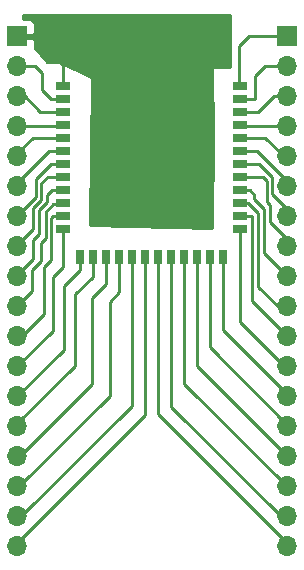
<source format=gtl>
G04 #@! TF.FileFunction,Copper,L1,Top,Signal*
%FSLAX46Y46*%
G04 Gerber Fmt 4.6, Leading zero omitted, Abs format (unit mm)*
G04 Created by KiCad (PCBNEW 4.0.7-e2-6376~60~ubuntu17.10.1) date Sun Mar  4 19:18:17 2018*
%MOMM*%
%LPD*%
G01*
G04 APERTURE LIST*
%ADD10C,0.100000*%
%ADD11R,1.198880X0.698500*%
%ADD12R,0.698500X1.198880*%
%ADD13R,1.700000X1.700000*%
%ADD14O,1.700000X1.700000*%
%ADD15C,0.250000*%
%ADD16C,0.254000*%
G04 APERTURE END LIST*
D10*
D11*
X141003020Y-101554280D03*
X141003020Y-90556080D03*
D12*
X143553180Y-105003600D03*
X144653000Y-105003600D03*
X145752820Y-105003600D03*
X146852640Y-105003600D03*
X147952460Y-105003600D03*
X149049740Y-105003600D03*
X150149560Y-105003600D03*
X151249380Y-105003600D03*
X152349200Y-105003600D03*
X153449020Y-105003600D03*
X154548840Y-105003600D03*
D11*
X155999180Y-102654100D03*
X155999180Y-101554280D03*
X155999180Y-100454460D03*
X155999180Y-99354640D03*
X155999180Y-98254820D03*
X155999180Y-97155000D03*
X155999180Y-93855540D03*
X155999180Y-92755720D03*
X155999180Y-91655900D03*
X155999180Y-90556080D03*
X141003020Y-91655900D03*
X141003020Y-92755720D03*
X141003020Y-93855540D03*
X141003020Y-94955360D03*
X141003020Y-96055180D03*
X141003020Y-97155000D03*
X141003020Y-98254820D03*
X141003020Y-99354640D03*
X141003020Y-100454460D03*
D12*
X142453360Y-105003600D03*
D11*
X155999180Y-94955360D03*
X155999180Y-96055180D03*
X141003020Y-102654100D03*
D13*
X137160000Y-86360000D03*
D14*
X137160000Y-88900000D03*
X137160000Y-91440000D03*
X137160000Y-93980000D03*
X137160000Y-96520000D03*
X137160000Y-99060000D03*
X137160000Y-101600000D03*
X137160000Y-104140000D03*
X137160000Y-106680000D03*
X137160000Y-109220000D03*
X137160000Y-111760000D03*
X137160000Y-114300000D03*
X137160000Y-116840000D03*
X137160000Y-119380000D03*
X137160000Y-121920000D03*
X137160000Y-124460000D03*
X137160000Y-127000000D03*
X137160000Y-129540000D03*
D13*
X160020000Y-86360000D03*
D14*
X160020000Y-88900000D03*
X160020000Y-91440000D03*
X160020000Y-93980000D03*
X160020000Y-96520000D03*
X160020000Y-99060000D03*
X160020000Y-101600000D03*
X160020000Y-104140000D03*
X160020000Y-106680000D03*
X160020000Y-109220000D03*
X160020000Y-111760000D03*
X160020000Y-114300000D03*
X160020000Y-116840000D03*
X160020000Y-119380000D03*
X160020000Y-121920000D03*
X160020000Y-124460000D03*
X160020000Y-127000000D03*
X160020000Y-129540000D03*
D15*
X137160000Y-86360000D02*
X139890500Y-86360000D01*
X141003020Y-87472520D02*
X141003020Y-90556080D01*
X139890500Y-86360000D02*
X141003020Y-87472520D01*
X137160000Y-88900000D02*
X138684000Y-88900000D01*
X139979400Y-91655900D02*
X141003020Y-91655900D01*
X139255500Y-90932000D02*
X139979400Y-91655900D01*
X139255500Y-89471500D02*
X139255500Y-90932000D01*
X138684000Y-88900000D02*
X139255500Y-89471500D01*
X137160000Y-91440000D02*
X137795000Y-91440000D01*
X137795000Y-91440000D02*
X139110720Y-92755720D01*
X139110720Y-92755720D02*
X141003020Y-92755720D01*
X137160000Y-93980000D02*
X140878560Y-93980000D01*
X140878560Y-93980000D02*
X141003020Y-93855540D01*
X137160000Y-96520000D02*
X137160000Y-96266000D01*
X137160000Y-96266000D02*
X138470640Y-94955360D01*
X138470640Y-94955360D02*
X141003020Y-94955360D01*
X137160000Y-99060000D02*
X137160000Y-98742500D01*
X137160000Y-98742500D02*
X139847320Y-96055180D01*
X139847320Y-96055180D02*
X141003020Y-96055180D01*
X137160000Y-101600000D02*
X137160000Y-101536500D01*
X137160000Y-101536500D02*
X138747500Y-99949000D01*
X138747500Y-99949000D02*
X138747500Y-98425000D01*
X138747500Y-98425000D02*
X140017500Y-97155000D01*
X140017500Y-97155000D02*
X141003020Y-97155000D01*
X137160000Y-104140000D02*
X137160000Y-104013000D01*
X137160000Y-104013000D02*
X138462449Y-102710551D01*
X139743180Y-98254820D02*
X141003020Y-98254820D01*
X139197502Y-98800498D02*
X139743180Y-98254820D01*
X139197502Y-100197498D02*
X139197502Y-98800498D01*
X138462449Y-100932551D02*
X139197502Y-100197498D01*
X138462449Y-102710551D02*
X138462449Y-100932551D01*
X137160000Y-106680000D02*
X137160000Y-106553000D01*
X137160000Y-106553000D02*
X138493500Y-105219500D01*
X138493500Y-105219500D02*
X138493500Y-103568500D01*
X138493500Y-103568500D02*
X139001500Y-103060500D01*
X139001500Y-103060500D02*
X139001500Y-101092000D01*
X139001500Y-101092000D02*
X139700000Y-100393500D01*
X139700000Y-100393500D02*
X139700000Y-99758500D01*
X139700000Y-99758500D02*
X140103860Y-99354640D01*
X140103860Y-99354640D02*
X141003020Y-99354640D01*
X137160000Y-109220000D02*
X138430000Y-107950000D01*
X140208000Y-100584000D02*
X140873480Y-100584000D01*
X139573000Y-101219000D02*
X140208000Y-100584000D01*
X139573000Y-103441500D02*
X139573000Y-101219000D01*
X139128500Y-103886000D02*
X139573000Y-103441500D01*
X139128500Y-105410000D02*
X139128500Y-103886000D01*
X138430000Y-106108500D02*
X139128500Y-105410000D01*
X138430000Y-107950000D02*
X138430000Y-106108500D01*
X140873480Y-100584000D02*
X141003020Y-100454460D01*
X137160000Y-111760000D02*
X137541000Y-111760000D01*
X137541000Y-111760000D02*
X139446000Y-109855000D01*
X139446000Y-109855000D02*
X139446000Y-105854500D01*
X139446000Y-105854500D02*
X140023002Y-105277498D01*
X140023002Y-105277498D02*
X140023002Y-101721498D01*
X140023002Y-101721498D02*
X140190220Y-101554280D01*
X140190220Y-101554280D02*
X141003020Y-101554280D01*
X141003020Y-102654100D02*
X141003020Y-105887520D01*
X140144500Y-111315500D02*
X137160000Y-114300000D01*
X140144500Y-106746040D02*
X140144500Y-111315500D01*
X141003020Y-105887520D02*
X140144500Y-106746040D01*
X142453360Y-105003600D02*
X142453360Y-106149140D01*
X141097000Y-112903000D02*
X137160000Y-116840000D01*
X141097000Y-107505500D02*
X141097000Y-112903000D01*
X142453360Y-106149140D02*
X141097000Y-107505500D01*
X143553180Y-105003600D02*
X143553180Y-106700320D01*
X142049500Y-114236500D02*
X137160000Y-119126000D01*
X142049500Y-108204000D02*
X142049500Y-114236500D01*
X143553180Y-106700320D02*
X142049500Y-108204000D01*
X137160000Y-119126000D02*
X137160000Y-119380000D01*
X144653000Y-105003600D02*
X144653000Y-107315000D01*
X143446500Y-115824000D02*
X137350500Y-121920000D01*
X143446500Y-108521500D02*
X143446500Y-115824000D01*
X144653000Y-107315000D02*
X143446500Y-108521500D01*
X137350500Y-121920000D02*
X137160000Y-121920000D01*
X145752820Y-105003600D02*
X145752820Y-108033820D01*
X144970500Y-116776500D02*
X137287000Y-124460000D01*
X144970500Y-108816140D02*
X144970500Y-116776500D01*
X145752820Y-108033820D02*
X144970500Y-108816140D01*
X137287000Y-124460000D02*
X137160000Y-124460000D01*
X137160000Y-127000000D02*
X137477500Y-127000000D01*
X137477500Y-127000000D02*
X146852640Y-117624860D01*
X146852640Y-117624860D02*
X146852640Y-105003600D01*
X147952460Y-105003600D02*
X147952460Y-118430040D01*
X147952460Y-118430040D02*
X137160000Y-129222500D01*
X137160000Y-129222500D02*
X137160000Y-129540000D01*
X160020000Y-86360000D02*
X156781500Y-86360000D01*
X155956000Y-87185500D02*
X155956000Y-90512900D01*
X156781500Y-86360000D02*
X155956000Y-87185500D01*
X155956000Y-90512900D02*
X155999180Y-90556080D01*
X155999180Y-91655900D02*
X157314900Y-91655900D01*
X158115000Y-88900000D02*
X160020000Y-88900000D01*
X157289500Y-89725500D02*
X158115000Y-88900000D01*
X157289500Y-91630500D02*
X157289500Y-89725500D01*
X157314900Y-91655900D02*
X157289500Y-91630500D01*
X160020000Y-91440000D02*
X158877000Y-91440000D01*
X157561280Y-92755720D02*
X155999180Y-92755720D01*
X158877000Y-91440000D02*
X157561280Y-92755720D01*
X160020000Y-93980000D02*
X156123640Y-93980000D01*
X156123640Y-93980000D02*
X155999180Y-93855540D01*
X155999180Y-94955360D02*
X158137860Y-94955360D01*
X158137860Y-94955360D02*
X159702500Y-96520000D01*
X159702500Y-96520000D02*
X160020000Y-96520000D01*
X155999180Y-96055180D02*
X157459680Y-96055180D01*
X157459680Y-96055180D02*
X160020000Y-98615500D01*
X160020000Y-98615500D02*
X160020000Y-99060000D01*
X155999180Y-97155000D02*
X157607000Y-97155000D01*
X158750000Y-99695000D02*
X160020000Y-100965000D01*
X158750000Y-98298000D02*
X158750000Y-99695000D01*
X157607000Y-97155000D02*
X158750000Y-98298000D01*
X160020000Y-100965000D02*
X160020000Y-101600000D01*
X155999180Y-98254820D02*
X157944820Y-98254820D01*
X158559500Y-102044500D02*
X160020000Y-103505000D01*
X158559500Y-100647500D02*
X158559500Y-102044500D01*
X158299998Y-100387998D02*
X158559500Y-100647500D01*
X158299998Y-98609998D02*
X158299998Y-100387998D01*
X157944820Y-98254820D02*
X158299998Y-98609998D01*
X160020000Y-103505000D02*
X160020000Y-104140000D01*
X155999180Y-99354640D02*
X156822140Y-99354640D01*
X158051500Y-104711500D02*
X160020000Y-106680000D01*
X158051500Y-100965000D02*
X158051500Y-104711500D01*
X157226000Y-100139500D02*
X158051500Y-100965000D01*
X157226000Y-99758500D02*
X157226000Y-100139500D01*
X156822140Y-99354640D02*
X157226000Y-99758500D01*
X160020000Y-106426000D02*
X160020000Y-106680000D01*
X160020000Y-109220000D02*
X159194500Y-109220000D01*
X159194500Y-109220000D02*
X157543500Y-107569000D01*
X156651960Y-100454460D02*
X155999180Y-100454460D01*
X157543500Y-101346000D02*
X156651960Y-100454460D01*
X157543500Y-107569000D02*
X157543500Y-101346000D01*
X160020000Y-109040504D02*
X160020000Y-109220000D01*
X159627996Y-109220000D02*
X160020000Y-109220000D01*
X155999180Y-101554280D02*
X156989780Y-101554280D01*
X157035500Y-108775500D02*
X160020000Y-111760000D01*
X157035500Y-101600000D02*
X157035500Y-108775500D01*
X156989780Y-101554280D02*
X157035500Y-101600000D01*
X155999180Y-102654100D02*
X155999180Y-110533180D01*
X155999180Y-110533180D02*
X159766000Y-114300000D01*
X159766000Y-114300000D02*
X160020000Y-114300000D01*
X154548840Y-105003600D02*
X154548840Y-111178340D01*
X154548840Y-111178340D02*
X160020000Y-116649500D01*
X160020000Y-116649500D02*
X160020000Y-116840000D01*
X153449020Y-105003600D02*
X153449020Y-112682020D01*
X153449020Y-112682020D02*
X160020000Y-119253000D01*
X160020000Y-119253000D02*
X160020000Y-119380000D01*
X160020000Y-121920000D02*
X152400000Y-114300000D01*
X152400000Y-114300000D02*
X152400000Y-105054400D01*
X152400000Y-105054400D02*
X152349200Y-105003600D01*
X151249380Y-105003600D02*
X151249380Y-115752880D01*
X151249380Y-115752880D02*
X159956500Y-124460000D01*
X159956500Y-124460000D02*
X160020000Y-124460000D01*
X150149560Y-105003600D02*
X150149560Y-117701060D01*
X150149560Y-117701060D02*
X159448500Y-127000000D01*
X159448500Y-127000000D02*
X160020000Y-127000000D01*
X149049740Y-105003600D02*
X149049740Y-118315740D01*
X149049740Y-118315740D02*
X160020000Y-129286000D01*
X160020000Y-129286000D02*
X160020000Y-129540000D01*
D16*
G36*
X155130500Y-88959834D02*
X153776139Y-88921296D01*
X153726465Y-88929893D01*
X153684048Y-88957138D01*
X153655573Y-88998739D01*
X153645543Y-89050229D01*
X153733485Y-94678484D01*
X153608533Y-102612952D01*
X143320759Y-102365054D01*
X143446494Y-89917283D01*
X143436987Y-89867774D01*
X143408968Y-89825864D01*
X143374987Y-89801762D01*
X141155476Y-88723714D01*
X141106659Y-88711127D01*
X141056792Y-88718524D01*
X141013731Y-88744739D01*
X141013633Y-88744875D01*
X140780629Y-88574006D01*
X140734868Y-88552855D01*
X140709138Y-88549470D01*
X139694964Y-88520612D01*
X138644126Y-87338419D01*
X138645000Y-87336310D01*
X138645000Y-86645750D01*
X138486250Y-86487000D01*
X137887310Y-86487000D01*
X137807507Y-86397222D01*
X137787689Y-86379182D01*
X137632925Y-86265688D01*
X137655482Y-86233000D01*
X138486250Y-86233000D01*
X138645000Y-86074250D01*
X138645000Y-85383690D01*
X138548327Y-85150301D01*
X138369698Y-84971673D01*
X138136309Y-84875000D01*
X137668000Y-84875000D01*
X137668000Y-84530000D01*
X155130500Y-84530000D01*
X155130500Y-88959834D01*
X155130500Y-88959834D01*
G37*
X155130500Y-88959834D02*
X153776139Y-88921296D01*
X153726465Y-88929893D01*
X153684048Y-88957138D01*
X153655573Y-88998739D01*
X153645543Y-89050229D01*
X153733485Y-94678484D01*
X153608533Y-102612952D01*
X143320759Y-102365054D01*
X143446494Y-89917283D01*
X143436987Y-89867774D01*
X143408968Y-89825864D01*
X143374987Y-89801762D01*
X141155476Y-88723714D01*
X141106659Y-88711127D01*
X141056792Y-88718524D01*
X141013731Y-88744739D01*
X141013633Y-88744875D01*
X140780629Y-88574006D01*
X140734868Y-88552855D01*
X140709138Y-88549470D01*
X139694964Y-88520612D01*
X138644126Y-87338419D01*
X138645000Y-87336310D01*
X138645000Y-86645750D01*
X138486250Y-86487000D01*
X137887310Y-86487000D01*
X137807507Y-86397222D01*
X137787689Y-86379182D01*
X137632925Y-86265688D01*
X137655482Y-86233000D01*
X138486250Y-86233000D01*
X138645000Y-86074250D01*
X138645000Y-85383690D01*
X138548327Y-85150301D01*
X138369698Y-84971673D01*
X138136309Y-84875000D01*
X137668000Y-84875000D01*
X137668000Y-84530000D01*
X155130500Y-84530000D01*
X155130500Y-88959834D01*
M02*

</source>
